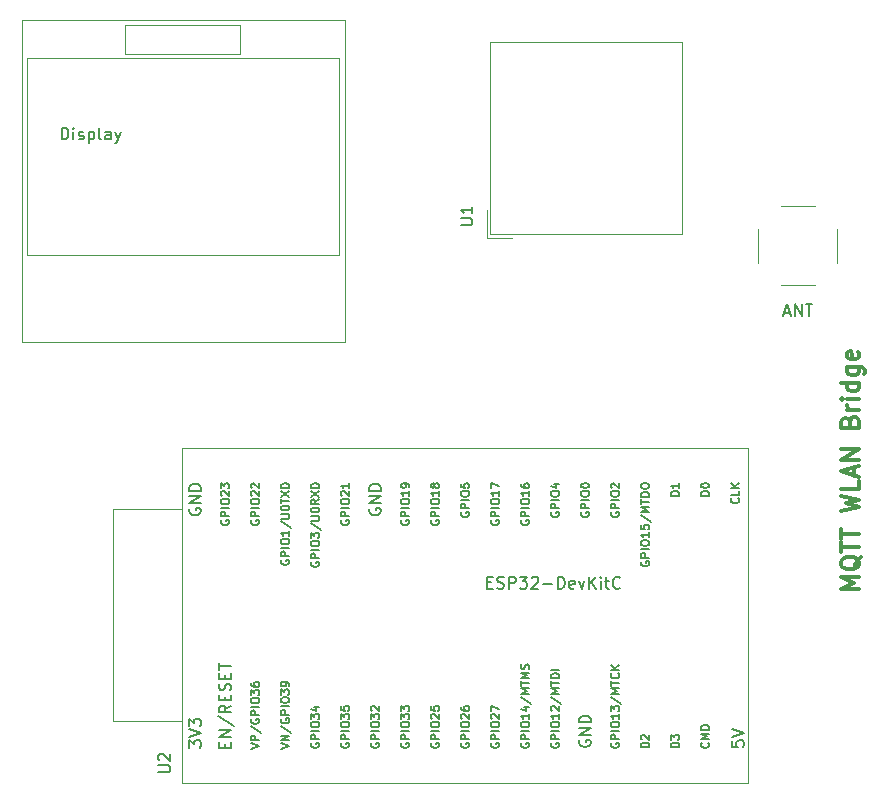
<source format=gbr>
%TF.GenerationSoftware,KiCad,Pcbnew,6.0.7+dfsg-1build1*%
%TF.CreationDate,2023-02-23T20:09:56+01:00*%
%TF.ProjectId,mqtt_bridge,6d717474-5f62-4726-9964-67652e6b6963,rev?*%
%TF.SameCoordinates,Original*%
%TF.FileFunction,Legend,Top*%
%TF.FilePolarity,Positive*%
%FSLAX46Y46*%
G04 Gerber Fmt 4.6, Leading zero omitted, Abs format (unit mm)*
G04 Created by KiCad (PCBNEW 6.0.7+dfsg-1build1) date 2023-02-23 20:09:56*
%MOMM*%
%LPD*%
G01*
G04 APERTURE LIST*
%ADD10C,0.300000*%
%ADD11C,0.150000*%
%ADD12C,0.120000*%
G04 APERTURE END LIST*
D10*
X151678571Y-76035714D02*
X150178571Y-76035714D01*
X151250000Y-75535714D01*
X150178571Y-75035714D01*
X151678571Y-75035714D01*
X151821428Y-73321428D02*
X151750000Y-73464285D01*
X151607142Y-73607142D01*
X151392857Y-73821428D01*
X151321428Y-73964285D01*
X151321428Y-74107142D01*
X151678571Y-74035714D02*
X151607142Y-74178571D01*
X151464285Y-74321428D01*
X151178571Y-74392857D01*
X150678571Y-74392857D01*
X150392857Y-74321428D01*
X150250000Y-74178571D01*
X150178571Y-74035714D01*
X150178571Y-73750000D01*
X150250000Y-73607142D01*
X150392857Y-73464285D01*
X150678571Y-73392857D01*
X151178571Y-73392857D01*
X151464285Y-73464285D01*
X151607142Y-73607142D01*
X151678571Y-73750000D01*
X151678571Y-74035714D01*
X150178571Y-72964285D02*
X150178571Y-72107142D01*
X151678571Y-72535714D02*
X150178571Y-72535714D01*
X150178571Y-71821428D02*
X150178571Y-70964285D01*
X151678571Y-71392857D02*
X150178571Y-71392857D01*
X150178571Y-69464285D02*
X151678571Y-69107142D01*
X150607142Y-68821428D01*
X151678571Y-68535714D01*
X150178571Y-68178571D01*
X151678571Y-66892857D02*
X151678571Y-67607142D01*
X150178571Y-67607142D01*
X151250000Y-66464285D02*
X151250000Y-65750000D01*
X151678571Y-66607142D02*
X150178571Y-66107142D01*
X151678571Y-65607142D01*
X151678571Y-65107142D02*
X150178571Y-65107142D01*
X151678571Y-64250000D01*
X150178571Y-64250000D01*
X150892857Y-61892857D02*
X150964285Y-61678571D01*
X151035714Y-61607142D01*
X151178571Y-61535714D01*
X151392857Y-61535714D01*
X151535714Y-61607142D01*
X151607142Y-61678571D01*
X151678571Y-61821428D01*
X151678571Y-62392857D01*
X150178571Y-62392857D01*
X150178571Y-61892857D01*
X150250000Y-61750000D01*
X150321428Y-61678571D01*
X150464285Y-61607142D01*
X150607142Y-61607142D01*
X150750000Y-61678571D01*
X150821428Y-61750000D01*
X150892857Y-61892857D01*
X150892857Y-62392857D01*
X151678571Y-60892857D02*
X150678571Y-60892857D01*
X150964285Y-60892857D02*
X150821428Y-60821428D01*
X150750000Y-60750000D01*
X150678571Y-60607142D01*
X150678571Y-60464285D01*
X151678571Y-59964285D02*
X150678571Y-59964285D01*
X150178571Y-59964285D02*
X150250000Y-60035714D01*
X150321428Y-59964285D01*
X150250000Y-59892857D01*
X150178571Y-59964285D01*
X150321428Y-59964285D01*
X151678571Y-58607142D02*
X150178571Y-58607142D01*
X151607142Y-58607142D02*
X151678571Y-58750000D01*
X151678571Y-59035714D01*
X151607142Y-59178571D01*
X151535714Y-59250000D01*
X151392857Y-59321428D01*
X150964285Y-59321428D01*
X150821428Y-59250000D01*
X150750000Y-59178571D01*
X150678571Y-59035714D01*
X150678571Y-58750000D01*
X150750000Y-58607142D01*
X150678571Y-57250000D02*
X151892857Y-57250000D01*
X152035714Y-57321428D01*
X152107142Y-57392857D01*
X152178571Y-57535714D01*
X152178571Y-57750000D01*
X152107142Y-57892857D01*
X151607142Y-57250000D02*
X151678571Y-57392857D01*
X151678571Y-57678571D01*
X151607142Y-57821428D01*
X151535714Y-57892857D01*
X151392857Y-57964285D01*
X150964285Y-57964285D01*
X150821428Y-57892857D01*
X150750000Y-57821428D01*
X150678571Y-57678571D01*
X150678571Y-57392857D01*
X150750000Y-57250000D01*
X151607142Y-55964285D02*
X151678571Y-56107142D01*
X151678571Y-56392857D01*
X151607142Y-56535714D01*
X151464285Y-56607142D01*
X150892857Y-56607142D01*
X150750000Y-56535714D01*
X150678571Y-56392857D01*
X150678571Y-56107142D01*
X150750000Y-55964285D01*
X150892857Y-55892857D01*
X151035714Y-55892857D01*
X151178571Y-56607142D01*
D11*
%TO.C,Display*%
X84167619Y-38002380D02*
X84167619Y-37002380D01*
X84405714Y-37002380D01*
X84548571Y-37050000D01*
X84643809Y-37145238D01*
X84691428Y-37240476D01*
X84739047Y-37430952D01*
X84739047Y-37573809D01*
X84691428Y-37764285D01*
X84643809Y-37859523D01*
X84548571Y-37954761D01*
X84405714Y-38002380D01*
X84167619Y-38002380D01*
X85167619Y-38002380D02*
X85167619Y-37335714D01*
X85167619Y-37002380D02*
X85120000Y-37050000D01*
X85167619Y-37097619D01*
X85215238Y-37050000D01*
X85167619Y-37002380D01*
X85167619Y-37097619D01*
X85596190Y-37954761D02*
X85691428Y-38002380D01*
X85881904Y-38002380D01*
X85977142Y-37954761D01*
X86024761Y-37859523D01*
X86024761Y-37811904D01*
X85977142Y-37716666D01*
X85881904Y-37669047D01*
X85739047Y-37669047D01*
X85643809Y-37621428D01*
X85596190Y-37526190D01*
X85596190Y-37478571D01*
X85643809Y-37383333D01*
X85739047Y-37335714D01*
X85881904Y-37335714D01*
X85977142Y-37383333D01*
X86453333Y-37335714D02*
X86453333Y-38335714D01*
X86453333Y-37383333D02*
X86548571Y-37335714D01*
X86739047Y-37335714D01*
X86834285Y-37383333D01*
X86881904Y-37430952D01*
X86929523Y-37526190D01*
X86929523Y-37811904D01*
X86881904Y-37907142D01*
X86834285Y-37954761D01*
X86739047Y-38002380D01*
X86548571Y-38002380D01*
X86453333Y-37954761D01*
X87500952Y-38002380D02*
X87405714Y-37954761D01*
X87358095Y-37859523D01*
X87358095Y-37002380D01*
X88310476Y-38002380D02*
X88310476Y-37478571D01*
X88262857Y-37383333D01*
X88167619Y-37335714D01*
X87977142Y-37335714D01*
X87881904Y-37383333D01*
X88310476Y-37954761D02*
X88215238Y-38002380D01*
X87977142Y-38002380D01*
X87881904Y-37954761D01*
X87834285Y-37859523D01*
X87834285Y-37764285D01*
X87881904Y-37669047D01*
X87977142Y-37621428D01*
X88215238Y-37621428D01*
X88310476Y-37573809D01*
X88691428Y-37335714D02*
X88929523Y-38002380D01*
X89167619Y-37335714D02*
X88929523Y-38002380D01*
X88834285Y-38240476D01*
X88786666Y-38288095D01*
X88691428Y-38335714D01*
%TO.C,ANT*%
X145357142Y-52666666D02*
X145833333Y-52666666D01*
X145261904Y-52952380D02*
X145595238Y-51952380D01*
X145928571Y-52952380D01*
X146261904Y-52952380D02*
X146261904Y-51952380D01*
X146833333Y-52952380D01*
X146833333Y-51952380D01*
X147166666Y-51952380D02*
X147738095Y-51952380D01*
X147452380Y-52952380D02*
X147452380Y-51952380D01*
%TO.C,U2*%
X92355820Y-91561904D02*
X93165344Y-91561904D01*
X93260582Y-91514285D01*
X93308201Y-91466666D01*
X93355820Y-91371428D01*
X93355820Y-91180952D01*
X93308201Y-91085714D01*
X93260582Y-91038095D01*
X93165344Y-90990476D01*
X92355820Y-90990476D01*
X92451059Y-90561904D02*
X92403440Y-90514285D01*
X92355820Y-90419047D01*
X92355820Y-90180952D01*
X92403440Y-90085714D01*
X92451059Y-90038095D01*
X92546297Y-89990476D01*
X92641535Y-89990476D01*
X92784392Y-90038095D01*
X93355820Y-90609523D01*
X93355820Y-89990476D01*
X120191641Y-75508571D02*
X120524975Y-75508571D01*
X120667832Y-76032380D02*
X120191641Y-76032380D01*
X120191641Y-75032380D01*
X120667832Y-75032380D01*
X121048784Y-75984761D02*
X121191641Y-76032380D01*
X121429737Y-76032380D01*
X121524975Y-75984761D01*
X121572594Y-75937142D01*
X121620213Y-75841904D01*
X121620213Y-75746666D01*
X121572594Y-75651428D01*
X121524975Y-75603809D01*
X121429737Y-75556190D01*
X121239260Y-75508571D01*
X121144022Y-75460952D01*
X121096403Y-75413333D01*
X121048784Y-75318095D01*
X121048784Y-75222857D01*
X121096403Y-75127619D01*
X121144022Y-75080000D01*
X121239260Y-75032380D01*
X121477356Y-75032380D01*
X121620213Y-75080000D01*
X122048784Y-76032380D02*
X122048784Y-75032380D01*
X122429737Y-75032380D01*
X122524975Y-75080000D01*
X122572594Y-75127619D01*
X122620213Y-75222857D01*
X122620213Y-75365714D01*
X122572594Y-75460952D01*
X122524975Y-75508571D01*
X122429737Y-75556190D01*
X122048784Y-75556190D01*
X122953546Y-75032380D02*
X123572594Y-75032380D01*
X123239260Y-75413333D01*
X123382118Y-75413333D01*
X123477356Y-75460952D01*
X123524975Y-75508571D01*
X123572594Y-75603809D01*
X123572594Y-75841904D01*
X123524975Y-75937142D01*
X123477356Y-75984761D01*
X123382118Y-76032380D01*
X123096403Y-76032380D01*
X123001165Y-75984761D01*
X122953546Y-75937142D01*
X123953546Y-75127619D02*
X124001165Y-75080000D01*
X124096403Y-75032380D01*
X124334499Y-75032380D01*
X124429737Y-75080000D01*
X124477356Y-75127619D01*
X124524975Y-75222857D01*
X124524975Y-75318095D01*
X124477356Y-75460952D01*
X123905927Y-76032380D01*
X124524975Y-76032380D01*
X124953546Y-75651428D02*
X125715451Y-75651428D01*
X126191641Y-76032380D02*
X126191641Y-75032380D01*
X126429737Y-75032380D01*
X126572594Y-75080000D01*
X126667832Y-75175238D01*
X126715451Y-75270476D01*
X126763070Y-75460952D01*
X126763070Y-75603809D01*
X126715451Y-75794285D01*
X126667832Y-75889523D01*
X126572594Y-75984761D01*
X126429737Y-76032380D01*
X126191641Y-76032380D01*
X127572594Y-75984761D02*
X127477356Y-76032380D01*
X127286880Y-76032380D01*
X127191641Y-75984761D01*
X127144022Y-75889523D01*
X127144022Y-75508571D01*
X127191641Y-75413333D01*
X127286880Y-75365714D01*
X127477356Y-75365714D01*
X127572594Y-75413333D01*
X127620213Y-75508571D01*
X127620213Y-75603809D01*
X127144022Y-75699047D01*
X127953546Y-75365714D02*
X128191641Y-76032380D01*
X128429737Y-75365714D01*
X128810689Y-76032380D02*
X128810689Y-75032380D01*
X129382118Y-76032380D02*
X128953546Y-75460952D01*
X129382118Y-75032380D02*
X128810689Y-75603809D01*
X129810689Y-76032380D02*
X129810689Y-75365714D01*
X129810689Y-75032380D02*
X129763070Y-75080000D01*
X129810689Y-75127619D01*
X129858308Y-75080000D01*
X129810689Y-75032380D01*
X129810689Y-75127619D01*
X130144022Y-75365714D02*
X130524975Y-75365714D01*
X130286880Y-75032380D02*
X130286880Y-75889523D01*
X130334499Y-75984761D01*
X130429737Y-76032380D01*
X130524975Y-76032380D01*
X131429737Y-75937142D02*
X131382118Y-75984761D01*
X131239260Y-76032380D01*
X131144022Y-76032380D01*
X131001165Y-75984761D01*
X130905927Y-75889523D01*
X130858308Y-75794285D01*
X130810689Y-75603809D01*
X130810689Y-75460952D01*
X130858308Y-75270476D01*
X130905927Y-75175238D01*
X131001165Y-75080000D01*
X131144022Y-75032380D01*
X131239260Y-75032380D01*
X131382118Y-75080000D01*
X131429737Y-75127619D01*
X125630000Y-69567500D02*
X125596666Y-69634166D01*
X125596666Y-69734166D01*
X125630000Y-69834166D01*
X125696666Y-69900833D01*
X125763333Y-69934166D01*
X125896666Y-69967500D01*
X125996666Y-69967500D01*
X126130000Y-69934166D01*
X126196666Y-69900833D01*
X126263333Y-69834166D01*
X126296666Y-69734166D01*
X126296666Y-69667500D01*
X126263333Y-69567500D01*
X126230000Y-69534166D01*
X125996666Y-69534166D01*
X125996666Y-69667500D01*
X126296666Y-69234166D02*
X125596666Y-69234166D01*
X125596666Y-68967500D01*
X125630000Y-68900833D01*
X125663333Y-68867500D01*
X125730000Y-68834166D01*
X125830000Y-68834166D01*
X125896666Y-68867500D01*
X125930000Y-68900833D01*
X125963333Y-68967500D01*
X125963333Y-69234166D01*
X126296666Y-68534166D02*
X125596666Y-68534166D01*
X125596666Y-68067500D02*
X125596666Y-67934166D01*
X125630000Y-67867500D01*
X125696666Y-67800833D01*
X125830000Y-67767500D01*
X126063333Y-67767500D01*
X126196666Y-67800833D01*
X126263333Y-67867500D01*
X126296666Y-67934166D01*
X126296666Y-68067500D01*
X126263333Y-68134166D01*
X126196666Y-68200833D01*
X126063333Y-68234166D01*
X125830000Y-68234166D01*
X125696666Y-68200833D01*
X125630000Y-68134166D01*
X125596666Y-68067500D01*
X125830000Y-67167500D02*
X126296666Y-67167500D01*
X125563333Y-67334166D02*
X126063333Y-67500833D01*
X126063333Y-67067500D01*
X94952380Y-89489642D02*
X94952380Y-88870595D01*
X95333333Y-89203928D01*
X95333333Y-89061071D01*
X95380952Y-88965833D01*
X95428571Y-88918214D01*
X95523809Y-88870595D01*
X95761904Y-88870595D01*
X95857142Y-88918214D01*
X95904761Y-88965833D01*
X95952380Y-89061071D01*
X95952380Y-89346785D01*
X95904761Y-89442023D01*
X95857142Y-89489642D01*
X94952380Y-88584880D02*
X95952380Y-88251547D01*
X94952380Y-87918214D01*
X94952380Y-87680119D02*
X94952380Y-87061071D01*
X95333333Y-87394404D01*
X95333333Y-87251547D01*
X95380952Y-87156309D01*
X95428571Y-87108690D01*
X95523809Y-87061071D01*
X95761904Y-87061071D01*
X95857142Y-87108690D01*
X95904761Y-87156309D01*
X95952380Y-87251547D01*
X95952380Y-87537261D01*
X95904761Y-87632500D01*
X95857142Y-87680119D01*
X118010000Y-89099166D02*
X117976666Y-89165833D01*
X117976666Y-89265833D01*
X118010000Y-89365833D01*
X118076666Y-89432500D01*
X118143333Y-89465833D01*
X118276666Y-89499166D01*
X118376666Y-89499166D01*
X118510000Y-89465833D01*
X118576666Y-89432500D01*
X118643333Y-89365833D01*
X118676666Y-89265833D01*
X118676666Y-89199166D01*
X118643333Y-89099166D01*
X118610000Y-89065833D01*
X118376666Y-89065833D01*
X118376666Y-89199166D01*
X118676666Y-88765833D02*
X117976666Y-88765833D01*
X117976666Y-88499166D01*
X118010000Y-88432500D01*
X118043333Y-88399166D01*
X118110000Y-88365833D01*
X118210000Y-88365833D01*
X118276666Y-88399166D01*
X118310000Y-88432500D01*
X118343333Y-88499166D01*
X118343333Y-88765833D01*
X118676666Y-88065833D02*
X117976666Y-88065833D01*
X117976666Y-87599166D02*
X117976666Y-87465833D01*
X118010000Y-87399166D01*
X118076666Y-87332500D01*
X118210000Y-87299166D01*
X118443333Y-87299166D01*
X118576666Y-87332500D01*
X118643333Y-87399166D01*
X118676666Y-87465833D01*
X118676666Y-87599166D01*
X118643333Y-87665833D01*
X118576666Y-87732500D01*
X118443333Y-87765833D01*
X118210000Y-87765833D01*
X118076666Y-87732500D01*
X118010000Y-87665833D01*
X117976666Y-87599166D01*
X118043333Y-87032500D02*
X118010000Y-86999166D01*
X117976666Y-86932500D01*
X117976666Y-86765833D01*
X118010000Y-86699166D01*
X118043333Y-86665833D01*
X118110000Y-86632500D01*
X118176666Y-86632500D01*
X118276666Y-86665833D01*
X118676666Y-87065833D01*
X118676666Y-86632500D01*
X117976666Y-86032500D02*
X117976666Y-86165833D01*
X118010000Y-86232500D01*
X118043333Y-86265833D01*
X118143333Y-86332500D01*
X118276666Y-86365833D01*
X118543333Y-86365833D01*
X118610000Y-86332500D01*
X118643333Y-86299166D01*
X118676666Y-86232500D01*
X118676666Y-86099166D01*
X118643333Y-86032500D01*
X118610000Y-85999166D01*
X118543333Y-85965833D01*
X118376666Y-85965833D01*
X118310000Y-85999166D01*
X118276666Y-86032500D01*
X118243333Y-86099166D01*
X118243333Y-86232500D01*
X118276666Y-86299166D01*
X118310000Y-86332500D01*
X118376666Y-86365833D01*
X140923660Y-88921894D02*
X140923660Y-89398084D01*
X141399851Y-89445703D01*
X141352232Y-89398084D01*
X141304613Y-89302846D01*
X141304613Y-89064751D01*
X141352232Y-88969513D01*
X141399851Y-88921894D01*
X141495089Y-88874275D01*
X141733184Y-88874275D01*
X141828422Y-88921894D01*
X141876041Y-88969513D01*
X141923660Y-89064751D01*
X141923660Y-89302846D01*
X141876041Y-89398084D01*
X141828422Y-89445703D01*
X140923660Y-88588560D02*
X141923660Y-88255227D01*
X140923660Y-87921894D01*
X138996666Y-68167500D02*
X138296666Y-68167500D01*
X138296666Y-68000833D01*
X138330000Y-67900833D01*
X138396666Y-67834166D01*
X138463333Y-67800833D01*
X138596666Y-67767500D01*
X138696666Y-67767500D01*
X138830000Y-67800833D01*
X138896666Y-67834166D01*
X138963333Y-67900833D01*
X138996666Y-68000833D01*
X138996666Y-68167500D01*
X138296666Y-67334166D02*
X138296666Y-67267500D01*
X138330000Y-67200833D01*
X138363333Y-67167500D01*
X138430000Y-67134166D01*
X138563333Y-67100833D01*
X138730000Y-67100833D01*
X138863333Y-67134166D01*
X138930000Y-67167500D01*
X138963333Y-67200833D01*
X138996666Y-67267500D01*
X138996666Y-67334166D01*
X138963333Y-67400833D01*
X138930000Y-67434166D01*
X138863333Y-67467500D01*
X138730000Y-67500833D01*
X138563333Y-67500833D01*
X138430000Y-67467500D01*
X138363333Y-67434166D01*
X138330000Y-67400833D01*
X138296666Y-67334166D01*
X130710000Y-69567500D02*
X130676666Y-69634166D01*
X130676666Y-69734166D01*
X130710000Y-69834166D01*
X130776666Y-69900833D01*
X130843333Y-69934166D01*
X130976666Y-69967500D01*
X131076666Y-69967500D01*
X131210000Y-69934166D01*
X131276666Y-69900833D01*
X131343333Y-69834166D01*
X131376666Y-69734166D01*
X131376666Y-69667500D01*
X131343333Y-69567500D01*
X131310000Y-69534166D01*
X131076666Y-69534166D01*
X131076666Y-69667500D01*
X131376666Y-69234166D02*
X130676666Y-69234166D01*
X130676666Y-68967500D01*
X130710000Y-68900833D01*
X130743333Y-68867500D01*
X130810000Y-68834166D01*
X130910000Y-68834166D01*
X130976666Y-68867500D01*
X131010000Y-68900833D01*
X131043333Y-68967500D01*
X131043333Y-69234166D01*
X131376666Y-68534166D02*
X130676666Y-68534166D01*
X130676666Y-68067500D02*
X130676666Y-67934166D01*
X130710000Y-67867500D01*
X130776666Y-67800833D01*
X130910000Y-67767500D01*
X131143333Y-67767500D01*
X131276666Y-67800833D01*
X131343333Y-67867500D01*
X131376666Y-67934166D01*
X131376666Y-68067500D01*
X131343333Y-68134166D01*
X131276666Y-68200833D01*
X131143333Y-68234166D01*
X130910000Y-68234166D01*
X130776666Y-68200833D01*
X130710000Y-68134166D01*
X130676666Y-68067500D01*
X130743333Y-67500833D02*
X130710000Y-67467500D01*
X130676666Y-67400833D01*
X130676666Y-67234166D01*
X130710000Y-67167500D01*
X130743333Y-67134166D01*
X130810000Y-67100833D01*
X130876666Y-67100833D01*
X130976666Y-67134166D01*
X131376666Y-67534166D01*
X131376666Y-67100833D01*
X97965851Y-89496894D02*
X97965851Y-89163560D01*
X98489660Y-89020703D02*
X98489660Y-89496894D01*
X97489660Y-89496894D01*
X97489660Y-89020703D01*
X98489660Y-88592132D02*
X97489660Y-88592132D01*
X98489660Y-88020703D01*
X97489660Y-88020703D01*
X97442041Y-86830227D02*
X98727756Y-87687370D01*
X98489660Y-85925465D02*
X98013470Y-86258799D01*
X98489660Y-86496894D02*
X97489660Y-86496894D01*
X97489660Y-86115941D01*
X97537280Y-86020703D01*
X97584899Y-85973084D01*
X97680137Y-85925465D01*
X97822994Y-85925465D01*
X97918232Y-85973084D01*
X97965851Y-86020703D01*
X98013470Y-86115941D01*
X98013470Y-86496894D01*
X97965851Y-85496894D02*
X97965851Y-85163560D01*
X98489660Y-85020703D02*
X98489660Y-85496894D01*
X97489660Y-85496894D01*
X97489660Y-85020703D01*
X98442041Y-84639751D02*
X98489660Y-84496894D01*
X98489660Y-84258799D01*
X98442041Y-84163560D01*
X98394422Y-84115941D01*
X98299184Y-84068322D01*
X98203946Y-84068322D01*
X98108708Y-84115941D01*
X98061089Y-84163560D01*
X98013470Y-84258799D01*
X97965851Y-84449275D01*
X97918232Y-84544513D01*
X97870613Y-84592132D01*
X97775375Y-84639751D01*
X97680137Y-84639751D01*
X97584899Y-84592132D01*
X97537280Y-84544513D01*
X97489660Y-84449275D01*
X97489660Y-84211180D01*
X97537280Y-84068322D01*
X97965851Y-83639751D02*
X97965851Y-83306418D01*
X98489660Y-83163560D02*
X98489660Y-83639751D01*
X97489660Y-83639751D01*
X97489660Y-83163560D01*
X97489660Y-82877846D02*
X97489660Y-82306418D01*
X98489660Y-82592132D02*
X97489660Y-82592132D01*
X136456666Y-68167500D02*
X135756666Y-68167500D01*
X135756666Y-68000833D01*
X135790000Y-67900833D01*
X135856666Y-67834166D01*
X135923333Y-67800833D01*
X136056666Y-67767500D01*
X136156666Y-67767500D01*
X136290000Y-67800833D01*
X136356666Y-67834166D01*
X136423333Y-67900833D01*
X136456666Y-68000833D01*
X136456666Y-68167500D01*
X136456666Y-67100833D02*
X136456666Y-67500833D01*
X136456666Y-67300833D02*
X135756666Y-67300833D01*
X135856666Y-67367500D01*
X135923333Y-67434166D01*
X135956666Y-67500833D01*
X123090000Y-89099166D02*
X123056666Y-89165833D01*
X123056666Y-89265833D01*
X123090000Y-89365833D01*
X123156666Y-89432500D01*
X123223333Y-89465833D01*
X123356666Y-89499166D01*
X123456666Y-89499166D01*
X123590000Y-89465833D01*
X123656666Y-89432500D01*
X123723333Y-89365833D01*
X123756666Y-89265833D01*
X123756666Y-89199166D01*
X123723333Y-89099166D01*
X123690000Y-89065833D01*
X123456666Y-89065833D01*
X123456666Y-89199166D01*
X123756666Y-88765833D02*
X123056666Y-88765833D01*
X123056666Y-88499166D01*
X123090000Y-88432500D01*
X123123333Y-88399166D01*
X123190000Y-88365833D01*
X123290000Y-88365833D01*
X123356666Y-88399166D01*
X123390000Y-88432500D01*
X123423333Y-88499166D01*
X123423333Y-88765833D01*
X123756666Y-88065833D02*
X123056666Y-88065833D01*
X123056666Y-87599166D02*
X123056666Y-87465833D01*
X123090000Y-87399166D01*
X123156666Y-87332500D01*
X123290000Y-87299166D01*
X123523333Y-87299166D01*
X123656666Y-87332500D01*
X123723333Y-87399166D01*
X123756666Y-87465833D01*
X123756666Y-87599166D01*
X123723333Y-87665833D01*
X123656666Y-87732500D01*
X123523333Y-87765833D01*
X123290000Y-87765833D01*
X123156666Y-87732500D01*
X123090000Y-87665833D01*
X123056666Y-87599166D01*
X123756666Y-86632500D02*
X123756666Y-87032500D01*
X123756666Y-86832500D02*
X123056666Y-86832500D01*
X123156666Y-86899166D01*
X123223333Y-86965833D01*
X123256666Y-87032500D01*
X123290000Y-86032500D02*
X123756666Y-86032500D01*
X123023333Y-86199166D02*
X123523333Y-86365833D01*
X123523333Y-85932500D01*
X123023333Y-85165833D02*
X123923333Y-85765833D01*
X123756666Y-84932500D02*
X123056666Y-84932500D01*
X123556666Y-84699166D01*
X123056666Y-84465833D01*
X123756666Y-84465833D01*
X123056666Y-84232500D02*
X123056666Y-83832500D01*
X123756666Y-84032500D02*
X123056666Y-84032500D01*
X123756666Y-83599166D02*
X123056666Y-83599166D01*
X123556666Y-83365833D01*
X123056666Y-83132500D01*
X123756666Y-83132500D01*
X123723333Y-82832500D02*
X123756666Y-82732500D01*
X123756666Y-82565833D01*
X123723333Y-82499166D01*
X123690000Y-82465833D01*
X123623333Y-82432500D01*
X123556666Y-82432500D01*
X123490000Y-82465833D01*
X123456666Y-82499166D01*
X123423333Y-82565833D01*
X123390000Y-82699166D01*
X123356666Y-82765833D01*
X123323333Y-82799166D01*
X123256666Y-82832500D01*
X123190000Y-82832500D01*
X123123333Y-82799166D01*
X123090000Y-82765833D01*
X123056666Y-82699166D01*
X123056666Y-82532500D01*
X123090000Y-82432500D01*
X128170000Y-69567500D02*
X128136666Y-69634166D01*
X128136666Y-69734166D01*
X128170000Y-69834166D01*
X128236666Y-69900833D01*
X128303333Y-69934166D01*
X128436666Y-69967500D01*
X128536666Y-69967500D01*
X128670000Y-69934166D01*
X128736666Y-69900833D01*
X128803333Y-69834166D01*
X128836666Y-69734166D01*
X128836666Y-69667500D01*
X128803333Y-69567500D01*
X128770000Y-69534166D01*
X128536666Y-69534166D01*
X128536666Y-69667500D01*
X128836666Y-69234166D02*
X128136666Y-69234166D01*
X128136666Y-68967500D01*
X128170000Y-68900833D01*
X128203333Y-68867500D01*
X128270000Y-68834166D01*
X128370000Y-68834166D01*
X128436666Y-68867500D01*
X128470000Y-68900833D01*
X128503333Y-68967500D01*
X128503333Y-69234166D01*
X128836666Y-68534166D02*
X128136666Y-68534166D01*
X128136666Y-68067500D02*
X128136666Y-67934166D01*
X128170000Y-67867500D01*
X128236666Y-67800833D01*
X128370000Y-67767500D01*
X128603333Y-67767500D01*
X128736666Y-67800833D01*
X128803333Y-67867500D01*
X128836666Y-67934166D01*
X128836666Y-68067500D01*
X128803333Y-68134166D01*
X128736666Y-68200833D01*
X128603333Y-68234166D01*
X128370000Y-68234166D01*
X128236666Y-68200833D01*
X128170000Y-68134166D01*
X128136666Y-68067500D01*
X128136666Y-67334166D02*
X128136666Y-67267500D01*
X128170000Y-67200833D01*
X128203333Y-67167500D01*
X128270000Y-67134166D01*
X128403333Y-67100833D01*
X128570000Y-67100833D01*
X128703333Y-67134166D01*
X128770000Y-67167500D01*
X128803333Y-67200833D01*
X128836666Y-67267500D01*
X128836666Y-67334166D01*
X128803333Y-67400833D01*
X128770000Y-67434166D01*
X128703333Y-67467500D01*
X128570000Y-67500833D01*
X128403333Y-67500833D01*
X128270000Y-67467500D01*
X128203333Y-67434166D01*
X128170000Y-67400833D01*
X128136666Y-67334166D01*
X125630000Y-89099166D02*
X125596666Y-89165833D01*
X125596666Y-89265833D01*
X125630000Y-89365833D01*
X125696666Y-89432500D01*
X125763333Y-89465833D01*
X125896666Y-89499166D01*
X125996666Y-89499166D01*
X126130000Y-89465833D01*
X126196666Y-89432500D01*
X126263333Y-89365833D01*
X126296666Y-89265833D01*
X126296666Y-89199166D01*
X126263333Y-89099166D01*
X126230000Y-89065833D01*
X125996666Y-89065833D01*
X125996666Y-89199166D01*
X126296666Y-88765833D02*
X125596666Y-88765833D01*
X125596666Y-88499166D01*
X125630000Y-88432500D01*
X125663333Y-88399166D01*
X125730000Y-88365833D01*
X125830000Y-88365833D01*
X125896666Y-88399166D01*
X125930000Y-88432500D01*
X125963333Y-88499166D01*
X125963333Y-88765833D01*
X126296666Y-88065833D02*
X125596666Y-88065833D01*
X125596666Y-87599166D02*
X125596666Y-87465833D01*
X125630000Y-87399166D01*
X125696666Y-87332500D01*
X125830000Y-87299166D01*
X126063333Y-87299166D01*
X126196666Y-87332500D01*
X126263333Y-87399166D01*
X126296666Y-87465833D01*
X126296666Y-87599166D01*
X126263333Y-87665833D01*
X126196666Y-87732500D01*
X126063333Y-87765833D01*
X125830000Y-87765833D01*
X125696666Y-87732500D01*
X125630000Y-87665833D01*
X125596666Y-87599166D01*
X126296666Y-86632500D02*
X126296666Y-87032500D01*
X126296666Y-86832500D02*
X125596666Y-86832500D01*
X125696666Y-86899166D01*
X125763333Y-86965833D01*
X125796666Y-87032500D01*
X125663333Y-86365833D02*
X125630000Y-86332500D01*
X125596666Y-86265833D01*
X125596666Y-86099166D01*
X125630000Y-86032500D01*
X125663333Y-85999166D01*
X125730000Y-85965833D01*
X125796666Y-85965833D01*
X125896666Y-85999166D01*
X126296666Y-86399166D01*
X126296666Y-85965833D01*
X125563333Y-85165833D02*
X126463333Y-85765833D01*
X126296666Y-84932500D02*
X125596666Y-84932500D01*
X126096666Y-84699166D01*
X125596666Y-84465833D01*
X126296666Y-84465833D01*
X125596666Y-84232500D02*
X125596666Y-83832500D01*
X126296666Y-84032500D02*
X125596666Y-84032500D01*
X126296666Y-83599166D02*
X125596666Y-83599166D01*
X125596666Y-83432500D01*
X125630000Y-83332500D01*
X125696666Y-83265833D01*
X125763333Y-83232500D01*
X125896666Y-83199166D01*
X125996666Y-83199166D01*
X126130000Y-83232500D01*
X126196666Y-83265833D01*
X126263333Y-83332500D01*
X126296666Y-83432500D01*
X126296666Y-83599166D01*
X126296666Y-82899166D02*
X125596666Y-82899166D01*
X115470000Y-70234166D02*
X115436666Y-70300833D01*
X115436666Y-70400833D01*
X115470000Y-70500833D01*
X115536666Y-70567500D01*
X115603333Y-70600833D01*
X115736666Y-70634166D01*
X115836666Y-70634166D01*
X115970000Y-70600833D01*
X116036666Y-70567500D01*
X116103333Y-70500833D01*
X116136666Y-70400833D01*
X116136666Y-70334166D01*
X116103333Y-70234166D01*
X116070000Y-70200833D01*
X115836666Y-70200833D01*
X115836666Y-70334166D01*
X116136666Y-69900833D02*
X115436666Y-69900833D01*
X115436666Y-69634166D01*
X115470000Y-69567500D01*
X115503333Y-69534166D01*
X115570000Y-69500833D01*
X115670000Y-69500833D01*
X115736666Y-69534166D01*
X115770000Y-69567500D01*
X115803333Y-69634166D01*
X115803333Y-69900833D01*
X116136666Y-69200833D02*
X115436666Y-69200833D01*
X115436666Y-68734166D02*
X115436666Y-68600833D01*
X115470000Y-68534166D01*
X115536666Y-68467500D01*
X115670000Y-68434166D01*
X115903333Y-68434166D01*
X116036666Y-68467500D01*
X116103333Y-68534166D01*
X116136666Y-68600833D01*
X116136666Y-68734166D01*
X116103333Y-68800833D01*
X116036666Y-68867500D01*
X115903333Y-68900833D01*
X115670000Y-68900833D01*
X115536666Y-68867500D01*
X115470000Y-68800833D01*
X115436666Y-68734166D01*
X116136666Y-67767500D02*
X116136666Y-68167500D01*
X116136666Y-67967500D02*
X115436666Y-67967500D01*
X115536666Y-68034166D01*
X115603333Y-68100833D01*
X115636666Y-68167500D01*
X115736666Y-67367500D02*
X115703333Y-67434166D01*
X115670000Y-67467500D01*
X115603333Y-67500833D01*
X115570000Y-67500833D01*
X115503333Y-67467500D01*
X115470000Y-67434166D01*
X115436666Y-67367500D01*
X115436666Y-67234166D01*
X115470000Y-67167500D01*
X115503333Y-67134166D01*
X115570000Y-67100833D01*
X115603333Y-67100833D01*
X115670000Y-67134166D01*
X115703333Y-67167500D01*
X115736666Y-67234166D01*
X115736666Y-67367500D01*
X115770000Y-67434166D01*
X115803333Y-67467500D01*
X115870000Y-67500833D01*
X116003333Y-67500833D01*
X116070000Y-67467500D01*
X116103333Y-67434166D01*
X116136666Y-67367500D01*
X116136666Y-67234166D01*
X116103333Y-67167500D01*
X116070000Y-67134166D01*
X116003333Y-67100833D01*
X115870000Y-67100833D01*
X115803333Y-67134166D01*
X115770000Y-67167500D01*
X115736666Y-67234166D01*
X118010000Y-69567500D02*
X117976666Y-69634166D01*
X117976666Y-69734166D01*
X118010000Y-69834166D01*
X118076666Y-69900833D01*
X118143333Y-69934166D01*
X118276666Y-69967500D01*
X118376666Y-69967500D01*
X118510000Y-69934166D01*
X118576666Y-69900833D01*
X118643333Y-69834166D01*
X118676666Y-69734166D01*
X118676666Y-69667500D01*
X118643333Y-69567500D01*
X118610000Y-69534166D01*
X118376666Y-69534166D01*
X118376666Y-69667500D01*
X118676666Y-69234166D02*
X117976666Y-69234166D01*
X117976666Y-68967500D01*
X118010000Y-68900833D01*
X118043333Y-68867500D01*
X118110000Y-68834166D01*
X118210000Y-68834166D01*
X118276666Y-68867500D01*
X118310000Y-68900833D01*
X118343333Y-68967500D01*
X118343333Y-69234166D01*
X118676666Y-68534166D02*
X117976666Y-68534166D01*
X117976666Y-68067500D02*
X117976666Y-67934166D01*
X118010000Y-67867500D01*
X118076666Y-67800833D01*
X118210000Y-67767500D01*
X118443333Y-67767500D01*
X118576666Y-67800833D01*
X118643333Y-67867500D01*
X118676666Y-67934166D01*
X118676666Y-68067500D01*
X118643333Y-68134166D01*
X118576666Y-68200833D01*
X118443333Y-68234166D01*
X118210000Y-68234166D01*
X118076666Y-68200833D01*
X118010000Y-68134166D01*
X117976666Y-68067500D01*
X117976666Y-67134166D02*
X117976666Y-67467500D01*
X118310000Y-67500833D01*
X118276666Y-67467500D01*
X118243333Y-67400833D01*
X118243333Y-67234166D01*
X118276666Y-67167500D01*
X118310000Y-67134166D01*
X118376666Y-67100833D01*
X118543333Y-67100833D01*
X118610000Y-67134166D01*
X118643333Y-67167500D01*
X118676666Y-67234166D01*
X118676666Y-67400833D01*
X118643333Y-67467500D01*
X118610000Y-67500833D01*
X123090000Y-70234166D02*
X123056666Y-70300833D01*
X123056666Y-70400833D01*
X123090000Y-70500833D01*
X123156666Y-70567500D01*
X123223333Y-70600833D01*
X123356666Y-70634166D01*
X123456666Y-70634166D01*
X123590000Y-70600833D01*
X123656666Y-70567500D01*
X123723333Y-70500833D01*
X123756666Y-70400833D01*
X123756666Y-70334166D01*
X123723333Y-70234166D01*
X123690000Y-70200833D01*
X123456666Y-70200833D01*
X123456666Y-70334166D01*
X123756666Y-69900833D02*
X123056666Y-69900833D01*
X123056666Y-69634166D01*
X123090000Y-69567500D01*
X123123333Y-69534166D01*
X123190000Y-69500833D01*
X123290000Y-69500833D01*
X123356666Y-69534166D01*
X123390000Y-69567500D01*
X123423333Y-69634166D01*
X123423333Y-69900833D01*
X123756666Y-69200833D02*
X123056666Y-69200833D01*
X123056666Y-68734166D02*
X123056666Y-68600833D01*
X123090000Y-68534166D01*
X123156666Y-68467500D01*
X123290000Y-68434166D01*
X123523333Y-68434166D01*
X123656666Y-68467500D01*
X123723333Y-68534166D01*
X123756666Y-68600833D01*
X123756666Y-68734166D01*
X123723333Y-68800833D01*
X123656666Y-68867500D01*
X123523333Y-68900833D01*
X123290000Y-68900833D01*
X123156666Y-68867500D01*
X123090000Y-68800833D01*
X123056666Y-68734166D01*
X123756666Y-67767500D02*
X123756666Y-68167500D01*
X123756666Y-67967500D02*
X123056666Y-67967500D01*
X123156666Y-68034166D01*
X123223333Y-68100833D01*
X123256666Y-68167500D01*
X123056666Y-67167500D02*
X123056666Y-67300833D01*
X123090000Y-67367500D01*
X123123333Y-67400833D01*
X123223333Y-67467500D01*
X123356666Y-67500833D01*
X123623333Y-67500833D01*
X123690000Y-67467500D01*
X123723333Y-67434166D01*
X123756666Y-67367500D01*
X123756666Y-67234166D01*
X123723333Y-67167500D01*
X123690000Y-67134166D01*
X123623333Y-67100833D01*
X123456666Y-67100833D01*
X123390000Y-67134166D01*
X123356666Y-67167500D01*
X123323333Y-67234166D01*
X123323333Y-67367500D01*
X123356666Y-67434166D01*
X123390000Y-67467500D01*
X123456666Y-67500833D01*
X141470000Y-68367500D02*
X141503333Y-68400833D01*
X141536666Y-68500833D01*
X141536666Y-68567500D01*
X141503333Y-68667500D01*
X141436666Y-68734166D01*
X141370000Y-68767500D01*
X141236666Y-68800833D01*
X141136666Y-68800833D01*
X141003333Y-68767500D01*
X140936666Y-68734166D01*
X140870000Y-68667500D01*
X140836666Y-68567500D01*
X140836666Y-68500833D01*
X140870000Y-68400833D01*
X140903333Y-68367500D01*
X141536666Y-67734166D02*
X141536666Y-68067500D01*
X140836666Y-68067500D01*
X141536666Y-67500833D02*
X140836666Y-67500833D01*
X141536666Y-67100833D02*
X141136666Y-67400833D01*
X140836666Y-67100833D02*
X141236666Y-67500833D01*
X95000000Y-69253214D02*
X94952380Y-69348452D01*
X94952380Y-69491309D01*
X95000000Y-69634166D01*
X95095238Y-69729404D01*
X95190476Y-69777023D01*
X95380952Y-69824642D01*
X95523809Y-69824642D01*
X95714285Y-69777023D01*
X95809523Y-69729404D01*
X95904761Y-69634166D01*
X95952380Y-69491309D01*
X95952380Y-69396071D01*
X95904761Y-69253214D01*
X95857142Y-69205595D01*
X95523809Y-69205595D01*
X95523809Y-69396071D01*
X95952380Y-68777023D02*
X94952380Y-68777023D01*
X95952380Y-68205595D01*
X94952380Y-68205595D01*
X95952380Y-67729404D02*
X94952380Y-67729404D01*
X94952380Y-67491309D01*
X95000000Y-67348452D01*
X95095238Y-67253214D01*
X95190476Y-67205595D01*
X95380952Y-67157976D01*
X95523809Y-67157976D01*
X95714285Y-67205595D01*
X95809523Y-67253214D01*
X95904761Y-67348452D01*
X95952380Y-67491309D01*
X95952380Y-67729404D01*
X100230000Y-70234166D02*
X100196666Y-70300833D01*
X100196666Y-70400833D01*
X100230000Y-70500833D01*
X100296666Y-70567500D01*
X100363333Y-70600833D01*
X100496666Y-70634166D01*
X100596666Y-70634166D01*
X100730000Y-70600833D01*
X100796666Y-70567500D01*
X100863333Y-70500833D01*
X100896666Y-70400833D01*
X100896666Y-70334166D01*
X100863333Y-70234166D01*
X100830000Y-70200833D01*
X100596666Y-70200833D01*
X100596666Y-70334166D01*
X100896666Y-69900833D02*
X100196666Y-69900833D01*
X100196666Y-69634166D01*
X100230000Y-69567500D01*
X100263333Y-69534166D01*
X100330000Y-69500833D01*
X100430000Y-69500833D01*
X100496666Y-69534166D01*
X100530000Y-69567500D01*
X100563333Y-69634166D01*
X100563333Y-69900833D01*
X100896666Y-69200833D02*
X100196666Y-69200833D01*
X100196666Y-68734166D02*
X100196666Y-68600833D01*
X100230000Y-68534166D01*
X100296666Y-68467500D01*
X100430000Y-68434166D01*
X100663333Y-68434166D01*
X100796666Y-68467500D01*
X100863333Y-68534166D01*
X100896666Y-68600833D01*
X100896666Y-68734166D01*
X100863333Y-68800833D01*
X100796666Y-68867500D01*
X100663333Y-68900833D01*
X100430000Y-68900833D01*
X100296666Y-68867500D01*
X100230000Y-68800833D01*
X100196666Y-68734166D01*
X100263333Y-68167500D02*
X100230000Y-68134166D01*
X100196666Y-68067500D01*
X100196666Y-67900833D01*
X100230000Y-67834166D01*
X100263333Y-67800833D01*
X100330000Y-67767500D01*
X100396666Y-67767500D01*
X100496666Y-67800833D01*
X100896666Y-68200833D01*
X100896666Y-67767500D01*
X100263333Y-67500833D02*
X100230000Y-67467500D01*
X100196666Y-67400833D01*
X100196666Y-67234166D01*
X100230000Y-67167500D01*
X100263333Y-67134166D01*
X100330000Y-67100833D01*
X100396666Y-67100833D01*
X100496666Y-67134166D01*
X100896666Y-67534166D01*
X100896666Y-67100833D01*
X120550000Y-89099166D02*
X120516666Y-89165833D01*
X120516666Y-89265833D01*
X120550000Y-89365833D01*
X120616666Y-89432500D01*
X120683333Y-89465833D01*
X120816666Y-89499166D01*
X120916666Y-89499166D01*
X121050000Y-89465833D01*
X121116666Y-89432500D01*
X121183333Y-89365833D01*
X121216666Y-89265833D01*
X121216666Y-89199166D01*
X121183333Y-89099166D01*
X121150000Y-89065833D01*
X120916666Y-89065833D01*
X120916666Y-89199166D01*
X121216666Y-88765833D02*
X120516666Y-88765833D01*
X120516666Y-88499166D01*
X120550000Y-88432500D01*
X120583333Y-88399166D01*
X120650000Y-88365833D01*
X120750000Y-88365833D01*
X120816666Y-88399166D01*
X120850000Y-88432500D01*
X120883333Y-88499166D01*
X120883333Y-88765833D01*
X121216666Y-88065833D02*
X120516666Y-88065833D01*
X120516666Y-87599166D02*
X120516666Y-87465833D01*
X120550000Y-87399166D01*
X120616666Y-87332500D01*
X120750000Y-87299166D01*
X120983333Y-87299166D01*
X121116666Y-87332500D01*
X121183333Y-87399166D01*
X121216666Y-87465833D01*
X121216666Y-87599166D01*
X121183333Y-87665833D01*
X121116666Y-87732500D01*
X120983333Y-87765833D01*
X120750000Y-87765833D01*
X120616666Y-87732500D01*
X120550000Y-87665833D01*
X120516666Y-87599166D01*
X120583333Y-87032500D02*
X120550000Y-86999166D01*
X120516666Y-86932500D01*
X120516666Y-86765833D01*
X120550000Y-86699166D01*
X120583333Y-86665833D01*
X120650000Y-86632500D01*
X120716666Y-86632500D01*
X120816666Y-86665833D01*
X121216666Y-87065833D01*
X121216666Y-86632500D01*
X120516666Y-86399166D02*
X120516666Y-85932500D01*
X121216666Y-86232500D01*
X97690000Y-70234166D02*
X97656666Y-70300833D01*
X97656666Y-70400833D01*
X97690000Y-70500833D01*
X97756666Y-70567500D01*
X97823333Y-70600833D01*
X97956666Y-70634166D01*
X98056666Y-70634166D01*
X98190000Y-70600833D01*
X98256666Y-70567500D01*
X98323333Y-70500833D01*
X98356666Y-70400833D01*
X98356666Y-70334166D01*
X98323333Y-70234166D01*
X98290000Y-70200833D01*
X98056666Y-70200833D01*
X98056666Y-70334166D01*
X98356666Y-69900833D02*
X97656666Y-69900833D01*
X97656666Y-69634166D01*
X97690000Y-69567500D01*
X97723333Y-69534166D01*
X97790000Y-69500833D01*
X97890000Y-69500833D01*
X97956666Y-69534166D01*
X97990000Y-69567500D01*
X98023333Y-69634166D01*
X98023333Y-69900833D01*
X98356666Y-69200833D02*
X97656666Y-69200833D01*
X97656666Y-68734166D02*
X97656666Y-68600833D01*
X97690000Y-68534166D01*
X97756666Y-68467500D01*
X97890000Y-68434166D01*
X98123333Y-68434166D01*
X98256666Y-68467500D01*
X98323333Y-68534166D01*
X98356666Y-68600833D01*
X98356666Y-68734166D01*
X98323333Y-68800833D01*
X98256666Y-68867500D01*
X98123333Y-68900833D01*
X97890000Y-68900833D01*
X97756666Y-68867500D01*
X97690000Y-68800833D01*
X97656666Y-68734166D01*
X97723333Y-68167500D02*
X97690000Y-68134166D01*
X97656666Y-68067500D01*
X97656666Y-67900833D01*
X97690000Y-67834166D01*
X97723333Y-67800833D01*
X97790000Y-67767500D01*
X97856666Y-67767500D01*
X97956666Y-67800833D01*
X98356666Y-68200833D01*
X98356666Y-67767500D01*
X97656666Y-67534166D02*
X97656666Y-67100833D01*
X97923333Y-67334166D01*
X97923333Y-67234166D01*
X97956666Y-67167500D01*
X97990000Y-67134166D01*
X98056666Y-67100833D01*
X98223333Y-67100833D01*
X98290000Y-67134166D01*
X98323333Y-67167500D01*
X98356666Y-67234166D01*
X98356666Y-67434166D01*
X98323333Y-67500833D01*
X98290000Y-67534166D01*
X138930000Y-89065833D02*
X138963333Y-89099166D01*
X138996666Y-89199166D01*
X138996666Y-89265833D01*
X138963333Y-89365833D01*
X138896666Y-89432500D01*
X138830000Y-89465833D01*
X138696666Y-89499166D01*
X138596666Y-89499166D01*
X138463333Y-89465833D01*
X138396666Y-89432500D01*
X138330000Y-89365833D01*
X138296666Y-89265833D01*
X138296666Y-89199166D01*
X138330000Y-89099166D01*
X138363333Y-89065833D01*
X138996666Y-88765833D02*
X138296666Y-88765833D01*
X138796666Y-88532500D01*
X138296666Y-88299166D01*
X138996666Y-88299166D01*
X138996666Y-87965833D02*
X138296666Y-87965833D01*
X138296666Y-87799166D01*
X138330000Y-87699166D01*
X138396666Y-87632500D01*
X138463333Y-87599166D01*
X138596666Y-87565833D01*
X138696666Y-87565833D01*
X138830000Y-87599166D01*
X138896666Y-87632500D01*
X138963333Y-87699166D01*
X138996666Y-87799166D01*
X138996666Y-87965833D01*
X102770000Y-73600833D02*
X102736666Y-73667500D01*
X102736666Y-73767500D01*
X102770000Y-73867500D01*
X102836666Y-73934166D01*
X102903333Y-73967500D01*
X103036666Y-74000833D01*
X103136666Y-74000833D01*
X103270000Y-73967500D01*
X103336666Y-73934166D01*
X103403333Y-73867500D01*
X103436666Y-73767500D01*
X103436666Y-73700833D01*
X103403333Y-73600833D01*
X103370000Y-73567500D01*
X103136666Y-73567500D01*
X103136666Y-73700833D01*
X103436666Y-73267500D02*
X102736666Y-73267500D01*
X102736666Y-73000833D01*
X102770000Y-72934166D01*
X102803333Y-72900833D01*
X102870000Y-72867500D01*
X102970000Y-72867500D01*
X103036666Y-72900833D01*
X103070000Y-72934166D01*
X103103333Y-73000833D01*
X103103333Y-73267500D01*
X103436666Y-72567500D02*
X102736666Y-72567500D01*
X102736666Y-72100833D02*
X102736666Y-71967500D01*
X102770000Y-71900833D01*
X102836666Y-71834166D01*
X102970000Y-71800833D01*
X103203333Y-71800833D01*
X103336666Y-71834166D01*
X103403333Y-71900833D01*
X103436666Y-71967500D01*
X103436666Y-72100833D01*
X103403333Y-72167500D01*
X103336666Y-72234166D01*
X103203333Y-72267500D01*
X102970000Y-72267500D01*
X102836666Y-72234166D01*
X102770000Y-72167500D01*
X102736666Y-72100833D01*
X103436666Y-71134166D02*
X103436666Y-71534166D01*
X103436666Y-71334166D02*
X102736666Y-71334166D01*
X102836666Y-71400833D01*
X102903333Y-71467500D01*
X102936666Y-71534166D01*
X102703333Y-70334166D02*
X103603333Y-70934166D01*
X102736666Y-70100833D02*
X103303333Y-70100833D01*
X103370000Y-70067500D01*
X103403333Y-70034166D01*
X103436666Y-69967500D01*
X103436666Y-69834166D01*
X103403333Y-69767500D01*
X103370000Y-69734166D01*
X103303333Y-69700833D01*
X102736666Y-69700833D01*
X102736666Y-69234166D02*
X102736666Y-69167500D01*
X102770000Y-69100833D01*
X102803333Y-69067500D01*
X102870000Y-69034166D01*
X103003333Y-69000833D01*
X103170000Y-69000833D01*
X103303333Y-69034166D01*
X103370000Y-69067500D01*
X103403333Y-69100833D01*
X103436666Y-69167500D01*
X103436666Y-69234166D01*
X103403333Y-69300833D01*
X103370000Y-69334166D01*
X103303333Y-69367500D01*
X103170000Y-69400833D01*
X103003333Y-69400833D01*
X102870000Y-69367500D01*
X102803333Y-69334166D01*
X102770000Y-69300833D01*
X102736666Y-69234166D01*
X102736666Y-68800833D02*
X102736666Y-68400833D01*
X103436666Y-68600833D02*
X102736666Y-68600833D01*
X102736666Y-68234166D02*
X103436666Y-67767500D01*
X102736666Y-67767500D02*
X103436666Y-68234166D01*
X103436666Y-67500833D02*
X102736666Y-67500833D01*
X102736666Y-67334166D01*
X102770000Y-67234166D01*
X102836666Y-67167500D01*
X102903333Y-67134166D01*
X103036666Y-67100833D01*
X103136666Y-67100833D01*
X103270000Y-67134166D01*
X103336666Y-67167500D01*
X103403333Y-67234166D01*
X103436666Y-67334166D01*
X103436666Y-67500833D01*
X105310000Y-73767500D02*
X105276666Y-73834166D01*
X105276666Y-73934166D01*
X105310000Y-74034166D01*
X105376666Y-74100833D01*
X105443333Y-74134166D01*
X105576666Y-74167500D01*
X105676666Y-74167500D01*
X105810000Y-74134166D01*
X105876666Y-74100833D01*
X105943333Y-74034166D01*
X105976666Y-73934166D01*
X105976666Y-73867500D01*
X105943333Y-73767500D01*
X105910000Y-73734166D01*
X105676666Y-73734166D01*
X105676666Y-73867500D01*
X105976666Y-73434166D02*
X105276666Y-73434166D01*
X105276666Y-73167500D01*
X105310000Y-73100833D01*
X105343333Y-73067500D01*
X105410000Y-73034166D01*
X105510000Y-73034166D01*
X105576666Y-73067500D01*
X105610000Y-73100833D01*
X105643333Y-73167500D01*
X105643333Y-73434166D01*
X105976666Y-72734166D02*
X105276666Y-72734166D01*
X105276666Y-72267500D02*
X105276666Y-72134166D01*
X105310000Y-72067500D01*
X105376666Y-72000833D01*
X105510000Y-71967500D01*
X105743333Y-71967500D01*
X105876666Y-72000833D01*
X105943333Y-72067500D01*
X105976666Y-72134166D01*
X105976666Y-72267500D01*
X105943333Y-72334166D01*
X105876666Y-72400833D01*
X105743333Y-72434166D01*
X105510000Y-72434166D01*
X105376666Y-72400833D01*
X105310000Y-72334166D01*
X105276666Y-72267500D01*
X105276666Y-71734166D02*
X105276666Y-71300833D01*
X105543333Y-71534166D01*
X105543333Y-71434166D01*
X105576666Y-71367500D01*
X105610000Y-71334166D01*
X105676666Y-71300833D01*
X105843333Y-71300833D01*
X105910000Y-71334166D01*
X105943333Y-71367500D01*
X105976666Y-71434166D01*
X105976666Y-71634166D01*
X105943333Y-71700833D01*
X105910000Y-71734166D01*
X105243333Y-70500833D02*
X106143333Y-71100833D01*
X105276666Y-70267500D02*
X105843333Y-70267500D01*
X105910000Y-70234166D01*
X105943333Y-70200833D01*
X105976666Y-70134166D01*
X105976666Y-70000833D01*
X105943333Y-69934166D01*
X105910000Y-69900833D01*
X105843333Y-69867500D01*
X105276666Y-69867500D01*
X105276666Y-69400833D02*
X105276666Y-69334166D01*
X105310000Y-69267500D01*
X105343333Y-69234166D01*
X105410000Y-69200833D01*
X105543333Y-69167500D01*
X105710000Y-69167500D01*
X105843333Y-69200833D01*
X105910000Y-69234166D01*
X105943333Y-69267500D01*
X105976666Y-69334166D01*
X105976666Y-69400833D01*
X105943333Y-69467500D01*
X105910000Y-69500833D01*
X105843333Y-69534166D01*
X105710000Y-69567500D01*
X105543333Y-69567500D01*
X105410000Y-69534166D01*
X105343333Y-69500833D01*
X105310000Y-69467500D01*
X105276666Y-69400833D01*
X105976666Y-68467500D02*
X105643333Y-68700833D01*
X105976666Y-68867500D02*
X105276666Y-68867500D01*
X105276666Y-68600833D01*
X105310000Y-68534166D01*
X105343333Y-68500833D01*
X105410000Y-68467500D01*
X105510000Y-68467500D01*
X105576666Y-68500833D01*
X105610000Y-68534166D01*
X105643333Y-68600833D01*
X105643333Y-68867500D01*
X105276666Y-68234166D02*
X105976666Y-67767500D01*
X105276666Y-67767500D02*
X105976666Y-68234166D01*
X105976666Y-67500833D02*
X105276666Y-67500833D01*
X105276666Y-67334166D01*
X105310000Y-67234166D01*
X105376666Y-67167500D01*
X105443333Y-67134166D01*
X105576666Y-67100833D01*
X105676666Y-67100833D01*
X105810000Y-67134166D01*
X105876666Y-67167500D01*
X105943333Y-67234166D01*
X105976666Y-67334166D01*
X105976666Y-67500833D01*
X120550000Y-70234166D02*
X120516666Y-70300833D01*
X120516666Y-70400833D01*
X120550000Y-70500833D01*
X120616666Y-70567500D01*
X120683333Y-70600833D01*
X120816666Y-70634166D01*
X120916666Y-70634166D01*
X121050000Y-70600833D01*
X121116666Y-70567500D01*
X121183333Y-70500833D01*
X121216666Y-70400833D01*
X121216666Y-70334166D01*
X121183333Y-70234166D01*
X121150000Y-70200833D01*
X120916666Y-70200833D01*
X120916666Y-70334166D01*
X121216666Y-69900833D02*
X120516666Y-69900833D01*
X120516666Y-69634166D01*
X120550000Y-69567500D01*
X120583333Y-69534166D01*
X120650000Y-69500833D01*
X120750000Y-69500833D01*
X120816666Y-69534166D01*
X120850000Y-69567500D01*
X120883333Y-69634166D01*
X120883333Y-69900833D01*
X121216666Y-69200833D02*
X120516666Y-69200833D01*
X120516666Y-68734166D02*
X120516666Y-68600833D01*
X120550000Y-68534166D01*
X120616666Y-68467500D01*
X120750000Y-68434166D01*
X120983333Y-68434166D01*
X121116666Y-68467500D01*
X121183333Y-68534166D01*
X121216666Y-68600833D01*
X121216666Y-68734166D01*
X121183333Y-68800833D01*
X121116666Y-68867500D01*
X120983333Y-68900833D01*
X120750000Y-68900833D01*
X120616666Y-68867500D01*
X120550000Y-68800833D01*
X120516666Y-68734166D01*
X121216666Y-67767500D02*
X121216666Y-68167500D01*
X121216666Y-67967500D02*
X120516666Y-67967500D01*
X120616666Y-68034166D01*
X120683333Y-68100833D01*
X120716666Y-68167500D01*
X120516666Y-67534166D02*
X120516666Y-67067500D01*
X121216666Y-67367500D01*
X130710000Y-89099166D02*
X130676666Y-89165833D01*
X130676666Y-89265833D01*
X130710000Y-89365833D01*
X130776666Y-89432500D01*
X130843333Y-89465833D01*
X130976666Y-89499166D01*
X131076666Y-89499166D01*
X131210000Y-89465833D01*
X131276666Y-89432500D01*
X131343333Y-89365833D01*
X131376666Y-89265833D01*
X131376666Y-89199166D01*
X131343333Y-89099166D01*
X131310000Y-89065833D01*
X131076666Y-89065833D01*
X131076666Y-89199166D01*
X131376666Y-88765833D02*
X130676666Y-88765833D01*
X130676666Y-88499166D01*
X130710000Y-88432500D01*
X130743333Y-88399166D01*
X130810000Y-88365833D01*
X130910000Y-88365833D01*
X130976666Y-88399166D01*
X131010000Y-88432500D01*
X131043333Y-88499166D01*
X131043333Y-88765833D01*
X131376666Y-88065833D02*
X130676666Y-88065833D01*
X130676666Y-87599166D02*
X130676666Y-87465833D01*
X130710000Y-87399166D01*
X130776666Y-87332500D01*
X130910000Y-87299166D01*
X131143333Y-87299166D01*
X131276666Y-87332500D01*
X131343333Y-87399166D01*
X131376666Y-87465833D01*
X131376666Y-87599166D01*
X131343333Y-87665833D01*
X131276666Y-87732500D01*
X131143333Y-87765833D01*
X130910000Y-87765833D01*
X130776666Y-87732500D01*
X130710000Y-87665833D01*
X130676666Y-87599166D01*
X131376666Y-86632500D02*
X131376666Y-87032500D01*
X131376666Y-86832500D02*
X130676666Y-86832500D01*
X130776666Y-86899166D01*
X130843333Y-86965833D01*
X130876666Y-87032500D01*
X130676666Y-86399166D02*
X130676666Y-85965833D01*
X130943333Y-86199166D01*
X130943333Y-86099166D01*
X130976666Y-86032500D01*
X131010000Y-85999166D01*
X131076666Y-85965833D01*
X131243333Y-85965833D01*
X131310000Y-85999166D01*
X131343333Y-86032500D01*
X131376666Y-86099166D01*
X131376666Y-86299166D01*
X131343333Y-86365833D01*
X131310000Y-86399166D01*
X130643333Y-85165833D02*
X131543333Y-85765833D01*
X131376666Y-84932500D02*
X130676666Y-84932500D01*
X131176666Y-84699166D01*
X130676666Y-84465833D01*
X131376666Y-84465833D01*
X130676666Y-84232500D02*
X130676666Y-83832500D01*
X131376666Y-84032500D02*
X130676666Y-84032500D01*
X131310000Y-83199166D02*
X131343333Y-83232500D01*
X131376666Y-83332500D01*
X131376666Y-83399166D01*
X131343333Y-83499166D01*
X131276666Y-83565833D01*
X131210000Y-83599166D01*
X131076666Y-83632500D01*
X130976666Y-83632500D01*
X130843333Y-83599166D01*
X130776666Y-83565833D01*
X130710000Y-83499166D01*
X130676666Y-83399166D01*
X130676666Y-83332500D01*
X130710000Y-83232500D01*
X130743333Y-83199166D01*
X131376666Y-82899166D02*
X130676666Y-82899166D01*
X131376666Y-82499166D02*
X130976666Y-82799166D01*
X130676666Y-82499166D02*
X131076666Y-82899166D01*
X133916666Y-89465833D02*
X133216666Y-89465833D01*
X133216666Y-89299166D01*
X133250000Y-89199166D01*
X133316666Y-89132500D01*
X133383333Y-89099166D01*
X133516666Y-89065833D01*
X133616666Y-89065833D01*
X133750000Y-89099166D01*
X133816666Y-89132500D01*
X133883333Y-89199166D01*
X133916666Y-89299166D01*
X133916666Y-89465833D01*
X133283333Y-88799166D02*
X133250000Y-88765833D01*
X133216666Y-88699166D01*
X133216666Y-88532500D01*
X133250000Y-88465833D01*
X133283333Y-88432500D01*
X133350000Y-88399166D01*
X133416666Y-88399166D01*
X133516666Y-88432500D01*
X133916666Y-88832500D01*
X133916666Y-88399166D01*
X100196666Y-89565833D02*
X100896666Y-89332500D01*
X100196666Y-89099166D01*
X100896666Y-88865833D02*
X100196666Y-88865833D01*
X100196666Y-88599166D01*
X100230000Y-88532500D01*
X100263333Y-88499166D01*
X100330000Y-88465833D01*
X100430000Y-88465833D01*
X100496666Y-88499166D01*
X100530000Y-88532500D01*
X100563333Y-88599166D01*
X100563333Y-88865833D01*
X100163333Y-87665833D02*
X101063333Y-88265833D01*
X100230000Y-87065833D02*
X100196666Y-87132500D01*
X100196666Y-87232500D01*
X100230000Y-87332500D01*
X100296666Y-87399166D01*
X100363333Y-87432500D01*
X100496666Y-87465833D01*
X100596666Y-87465833D01*
X100730000Y-87432500D01*
X100796666Y-87399166D01*
X100863333Y-87332500D01*
X100896666Y-87232500D01*
X100896666Y-87165833D01*
X100863333Y-87065833D01*
X100830000Y-87032500D01*
X100596666Y-87032500D01*
X100596666Y-87165833D01*
X100896666Y-86732500D02*
X100196666Y-86732500D01*
X100196666Y-86465833D01*
X100230000Y-86399166D01*
X100263333Y-86365833D01*
X100330000Y-86332500D01*
X100430000Y-86332500D01*
X100496666Y-86365833D01*
X100530000Y-86399166D01*
X100563333Y-86465833D01*
X100563333Y-86732500D01*
X100896666Y-86032500D02*
X100196666Y-86032500D01*
X100196666Y-85565833D02*
X100196666Y-85432500D01*
X100230000Y-85365833D01*
X100296666Y-85299166D01*
X100430000Y-85265833D01*
X100663333Y-85265833D01*
X100796666Y-85299166D01*
X100863333Y-85365833D01*
X100896666Y-85432500D01*
X100896666Y-85565833D01*
X100863333Y-85632500D01*
X100796666Y-85699166D01*
X100663333Y-85732500D01*
X100430000Y-85732500D01*
X100296666Y-85699166D01*
X100230000Y-85632500D01*
X100196666Y-85565833D01*
X100196666Y-85032500D02*
X100196666Y-84599166D01*
X100463333Y-84832500D01*
X100463333Y-84732500D01*
X100496666Y-84665833D01*
X100530000Y-84632500D01*
X100596666Y-84599166D01*
X100763333Y-84599166D01*
X100830000Y-84632500D01*
X100863333Y-84665833D01*
X100896666Y-84732500D01*
X100896666Y-84932500D01*
X100863333Y-84999166D01*
X100830000Y-85032500D01*
X100196666Y-83999166D02*
X100196666Y-84132500D01*
X100230000Y-84199166D01*
X100263333Y-84232500D01*
X100363333Y-84299166D01*
X100496666Y-84332500D01*
X100763333Y-84332500D01*
X100830000Y-84299166D01*
X100863333Y-84265833D01*
X100896666Y-84199166D01*
X100896666Y-84065833D01*
X100863333Y-83999166D01*
X100830000Y-83965833D01*
X100763333Y-83932500D01*
X100596666Y-83932500D01*
X100530000Y-83965833D01*
X100496666Y-83999166D01*
X100463333Y-84065833D01*
X100463333Y-84199166D01*
X100496666Y-84265833D01*
X100530000Y-84299166D01*
X100596666Y-84332500D01*
X115470000Y-89099166D02*
X115436666Y-89165833D01*
X115436666Y-89265833D01*
X115470000Y-89365833D01*
X115536666Y-89432500D01*
X115603333Y-89465833D01*
X115736666Y-89499166D01*
X115836666Y-89499166D01*
X115970000Y-89465833D01*
X116036666Y-89432500D01*
X116103333Y-89365833D01*
X116136666Y-89265833D01*
X116136666Y-89199166D01*
X116103333Y-89099166D01*
X116070000Y-89065833D01*
X115836666Y-89065833D01*
X115836666Y-89199166D01*
X116136666Y-88765833D02*
X115436666Y-88765833D01*
X115436666Y-88499166D01*
X115470000Y-88432500D01*
X115503333Y-88399166D01*
X115570000Y-88365833D01*
X115670000Y-88365833D01*
X115736666Y-88399166D01*
X115770000Y-88432500D01*
X115803333Y-88499166D01*
X115803333Y-88765833D01*
X116136666Y-88065833D02*
X115436666Y-88065833D01*
X115436666Y-87599166D02*
X115436666Y-87465833D01*
X115470000Y-87399166D01*
X115536666Y-87332500D01*
X115670000Y-87299166D01*
X115903333Y-87299166D01*
X116036666Y-87332500D01*
X116103333Y-87399166D01*
X116136666Y-87465833D01*
X116136666Y-87599166D01*
X116103333Y-87665833D01*
X116036666Y-87732500D01*
X115903333Y-87765833D01*
X115670000Y-87765833D01*
X115536666Y-87732500D01*
X115470000Y-87665833D01*
X115436666Y-87599166D01*
X115503333Y-87032500D02*
X115470000Y-86999166D01*
X115436666Y-86932500D01*
X115436666Y-86765833D01*
X115470000Y-86699166D01*
X115503333Y-86665833D01*
X115570000Y-86632500D01*
X115636666Y-86632500D01*
X115736666Y-86665833D01*
X116136666Y-87065833D01*
X116136666Y-86632500D01*
X115436666Y-85999166D02*
X115436666Y-86332500D01*
X115770000Y-86365833D01*
X115736666Y-86332500D01*
X115703333Y-86265833D01*
X115703333Y-86099166D01*
X115736666Y-86032500D01*
X115770000Y-85999166D01*
X115836666Y-85965833D01*
X116003333Y-85965833D01*
X116070000Y-85999166D01*
X116103333Y-86032500D01*
X116136666Y-86099166D01*
X116136666Y-86265833D01*
X116103333Y-86332500D01*
X116070000Y-86365833D01*
X110390000Y-89099166D02*
X110356666Y-89165833D01*
X110356666Y-89265833D01*
X110390000Y-89365833D01*
X110456666Y-89432500D01*
X110523333Y-89465833D01*
X110656666Y-89499166D01*
X110756666Y-89499166D01*
X110890000Y-89465833D01*
X110956666Y-89432500D01*
X111023333Y-89365833D01*
X111056666Y-89265833D01*
X111056666Y-89199166D01*
X111023333Y-89099166D01*
X110990000Y-89065833D01*
X110756666Y-89065833D01*
X110756666Y-89199166D01*
X111056666Y-88765833D02*
X110356666Y-88765833D01*
X110356666Y-88499166D01*
X110390000Y-88432500D01*
X110423333Y-88399166D01*
X110490000Y-88365833D01*
X110590000Y-88365833D01*
X110656666Y-88399166D01*
X110690000Y-88432500D01*
X110723333Y-88499166D01*
X110723333Y-88765833D01*
X111056666Y-88065833D02*
X110356666Y-88065833D01*
X110356666Y-87599166D02*
X110356666Y-87465833D01*
X110390000Y-87399166D01*
X110456666Y-87332500D01*
X110590000Y-87299166D01*
X110823333Y-87299166D01*
X110956666Y-87332500D01*
X111023333Y-87399166D01*
X111056666Y-87465833D01*
X111056666Y-87599166D01*
X111023333Y-87665833D01*
X110956666Y-87732500D01*
X110823333Y-87765833D01*
X110590000Y-87765833D01*
X110456666Y-87732500D01*
X110390000Y-87665833D01*
X110356666Y-87599166D01*
X110356666Y-87065833D02*
X110356666Y-86632500D01*
X110623333Y-86865833D01*
X110623333Y-86765833D01*
X110656666Y-86699166D01*
X110690000Y-86665833D01*
X110756666Y-86632500D01*
X110923333Y-86632500D01*
X110990000Y-86665833D01*
X111023333Y-86699166D01*
X111056666Y-86765833D01*
X111056666Y-86965833D01*
X111023333Y-87032500D01*
X110990000Y-87065833D01*
X110423333Y-86365833D02*
X110390000Y-86332500D01*
X110356666Y-86265833D01*
X110356666Y-86099166D01*
X110390000Y-86032500D01*
X110423333Y-85999166D01*
X110490000Y-85965833D01*
X110556666Y-85965833D01*
X110656666Y-85999166D01*
X111056666Y-86399166D01*
X111056666Y-85965833D01*
X133250000Y-73734166D02*
X133216666Y-73800833D01*
X133216666Y-73900833D01*
X133250000Y-74000833D01*
X133316666Y-74067500D01*
X133383333Y-74100833D01*
X133516666Y-74134166D01*
X133616666Y-74134166D01*
X133750000Y-74100833D01*
X133816666Y-74067500D01*
X133883333Y-74000833D01*
X133916666Y-73900833D01*
X133916666Y-73834166D01*
X133883333Y-73734166D01*
X133850000Y-73700833D01*
X133616666Y-73700833D01*
X133616666Y-73834166D01*
X133916666Y-73400833D02*
X133216666Y-73400833D01*
X133216666Y-73134166D01*
X133250000Y-73067500D01*
X133283333Y-73034166D01*
X133350000Y-73000833D01*
X133450000Y-73000833D01*
X133516666Y-73034166D01*
X133550000Y-73067500D01*
X133583333Y-73134166D01*
X133583333Y-73400833D01*
X133916666Y-72700833D02*
X133216666Y-72700833D01*
X133216666Y-72234166D02*
X133216666Y-72100833D01*
X133250000Y-72034166D01*
X133316666Y-71967500D01*
X133450000Y-71934166D01*
X133683333Y-71934166D01*
X133816666Y-71967500D01*
X133883333Y-72034166D01*
X133916666Y-72100833D01*
X133916666Y-72234166D01*
X133883333Y-72300833D01*
X133816666Y-72367500D01*
X133683333Y-72400833D01*
X133450000Y-72400833D01*
X133316666Y-72367500D01*
X133250000Y-72300833D01*
X133216666Y-72234166D01*
X133916666Y-71267500D02*
X133916666Y-71667500D01*
X133916666Y-71467500D02*
X133216666Y-71467500D01*
X133316666Y-71534166D01*
X133383333Y-71600833D01*
X133416666Y-71667500D01*
X133216666Y-70634166D02*
X133216666Y-70967500D01*
X133550000Y-71000833D01*
X133516666Y-70967500D01*
X133483333Y-70900833D01*
X133483333Y-70734166D01*
X133516666Y-70667500D01*
X133550000Y-70634166D01*
X133616666Y-70600833D01*
X133783333Y-70600833D01*
X133850000Y-70634166D01*
X133883333Y-70667500D01*
X133916666Y-70734166D01*
X133916666Y-70900833D01*
X133883333Y-70967500D01*
X133850000Y-71000833D01*
X133183333Y-69800833D02*
X134083333Y-70400833D01*
X133916666Y-69567500D02*
X133216666Y-69567500D01*
X133716666Y-69334166D01*
X133216666Y-69100833D01*
X133916666Y-69100833D01*
X133216666Y-68867500D02*
X133216666Y-68467500D01*
X133916666Y-68667500D02*
X133216666Y-68667500D01*
X133916666Y-68234166D02*
X133216666Y-68234166D01*
X133216666Y-68067500D01*
X133250000Y-67967500D01*
X133316666Y-67900833D01*
X133383333Y-67867500D01*
X133516666Y-67834166D01*
X133616666Y-67834166D01*
X133750000Y-67867500D01*
X133816666Y-67900833D01*
X133883333Y-67967500D01*
X133916666Y-68067500D01*
X133916666Y-68234166D01*
X133216666Y-67400833D02*
X133216666Y-67267500D01*
X133250000Y-67200833D01*
X133316666Y-67134166D01*
X133450000Y-67100833D01*
X133683333Y-67100833D01*
X133816666Y-67134166D01*
X133883333Y-67200833D01*
X133916666Y-67267500D01*
X133916666Y-67400833D01*
X133883333Y-67467500D01*
X133816666Y-67534166D01*
X133683333Y-67567500D01*
X133450000Y-67567500D01*
X133316666Y-67534166D01*
X133250000Y-67467500D01*
X133216666Y-67400833D01*
X112930000Y-70234166D02*
X112896666Y-70300833D01*
X112896666Y-70400833D01*
X112930000Y-70500833D01*
X112996666Y-70567500D01*
X113063333Y-70600833D01*
X113196666Y-70634166D01*
X113296666Y-70634166D01*
X113430000Y-70600833D01*
X113496666Y-70567500D01*
X113563333Y-70500833D01*
X113596666Y-70400833D01*
X113596666Y-70334166D01*
X113563333Y-70234166D01*
X113530000Y-70200833D01*
X113296666Y-70200833D01*
X113296666Y-70334166D01*
X113596666Y-69900833D02*
X112896666Y-69900833D01*
X112896666Y-69634166D01*
X112930000Y-69567500D01*
X112963333Y-69534166D01*
X113030000Y-69500833D01*
X113130000Y-69500833D01*
X113196666Y-69534166D01*
X113230000Y-69567500D01*
X113263333Y-69634166D01*
X113263333Y-69900833D01*
X113596666Y-69200833D02*
X112896666Y-69200833D01*
X112896666Y-68734166D02*
X112896666Y-68600833D01*
X112930000Y-68534166D01*
X112996666Y-68467500D01*
X113130000Y-68434166D01*
X113363333Y-68434166D01*
X113496666Y-68467500D01*
X113563333Y-68534166D01*
X113596666Y-68600833D01*
X113596666Y-68734166D01*
X113563333Y-68800833D01*
X113496666Y-68867500D01*
X113363333Y-68900833D01*
X113130000Y-68900833D01*
X112996666Y-68867500D01*
X112930000Y-68800833D01*
X112896666Y-68734166D01*
X113596666Y-67767500D02*
X113596666Y-68167500D01*
X113596666Y-67967500D02*
X112896666Y-67967500D01*
X112996666Y-68034166D01*
X113063333Y-68100833D01*
X113096666Y-68167500D01*
X113596666Y-67434166D02*
X113596666Y-67300833D01*
X113563333Y-67234166D01*
X113530000Y-67200833D01*
X113430000Y-67134166D01*
X113296666Y-67100833D01*
X113030000Y-67100833D01*
X112963333Y-67134166D01*
X112930000Y-67167500D01*
X112896666Y-67234166D01*
X112896666Y-67367500D01*
X112930000Y-67434166D01*
X112963333Y-67467500D01*
X113030000Y-67500833D01*
X113196666Y-67500833D01*
X113263333Y-67467500D01*
X113296666Y-67434166D01*
X113330000Y-67367500D01*
X113330000Y-67234166D01*
X113296666Y-67167500D01*
X113263333Y-67134166D01*
X113196666Y-67100833D01*
X105310000Y-89099166D02*
X105276666Y-89165833D01*
X105276666Y-89265833D01*
X105310000Y-89365833D01*
X105376666Y-89432500D01*
X105443333Y-89465833D01*
X105576666Y-89499166D01*
X105676666Y-89499166D01*
X105810000Y-89465833D01*
X105876666Y-89432500D01*
X105943333Y-89365833D01*
X105976666Y-89265833D01*
X105976666Y-89199166D01*
X105943333Y-89099166D01*
X105910000Y-89065833D01*
X105676666Y-89065833D01*
X105676666Y-89199166D01*
X105976666Y-88765833D02*
X105276666Y-88765833D01*
X105276666Y-88499166D01*
X105310000Y-88432500D01*
X105343333Y-88399166D01*
X105410000Y-88365833D01*
X105510000Y-88365833D01*
X105576666Y-88399166D01*
X105610000Y-88432500D01*
X105643333Y-88499166D01*
X105643333Y-88765833D01*
X105976666Y-88065833D02*
X105276666Y-88065833D01*
X105276666Y-87599166D02*
X105276666Y-87465833D01*
X105310000Y-87399166D01*
X105376666Y-87332500D01*
X105510000Y-87299166D01*
X105743333Y-87299166D01*
X105876666Y-87332500D01*
X105943333Y-87399166D01*
X105976666Y-87465833D01*
X105976666Y-87599166D01*
X105943333Y-87665833D01*
X105876666Y-87732500D01*
X105743333Y-87765833D01*
X105510000Y-87765833D01*
X105376666Y-87732500D01*
X105310000Y-87665833D01*
X105276666Y-87599166D01*
X105276666Y-87065833D02*
X105276666Y-86632500D01*
X105543333Y-86865833D01*
X105543333Y-86765833D01*
X105576666Y-86699166D01*
X105610000Y-86665833D01*
X105676666Y-86632500D01*
X105843333Y-86632500D01*
X105910000Y-86665833D01*
X105943333Y-86699166D01*
X105976666Y-86765833D01*
X105976666Y-86965833D01*
X105943333Y-87032500D01*
X105910000Y-87065833D01*
X105510000Y-86032500D02*
X105976666Y-86032500D01*
X105243333Y-86199166D02*
X105743333Y-86365833D01*
X105743333Y-85932500D01*
X107850000Y-70234166D02*
X107816666Y-70300833D01*
X107816666Y-70400833D01*
X107850000Y-70500833D01*
X107916666Y-70567500D01*
X107983333Y-70600833D01*
X108116666Y-70634166D01*
X108216666Y-70634166D01*
X108350000Y-70600833D01*
X108416666Y-70567500D01*
X108483333Y-70500833D01*
X108516666Y-70400833D01*
X108516666Y-70334166D01*
X108483333Y-70234166D01*
X108450000Y-70200833D01*
X108216666Y-70200833D01*
X108216666Y-70334166D01*
X108516666Y-69900833D02*
X107816666Y-69900833D01*
X107816666Y-69634166D01*
X107850000Y-69567500D01*
X107883333Y-69534166D01*
X107950000Y-69500833D01*
X108050000Y-69500833D01*
X108116666Y-69534166D01*
X108150000Y-69567500D01*
X108183333Y-69634166D01*
X108183333Y-69900833D01*
X108516666Y-69200833D02*
X107816666Y-69200833D01*
X107816666Y-68734166D02*
X107816666Y-68600833D01*
X107850000Y-68534166D01*
X107916666Y-68467500D01*
X108050000Y-68434166D01*
X108283333Y-68434166D01*
X108416666Y-68467500D01*
X108483333Y-68534166D01*
X108516666Y-68600833D01*
X108516666Y-68734166D01*
X108483333Y-68800833D01*
X108416666Y-68867500D01*
X108283333Y-68900833D01*
X108050000Y-68900833D01*
X107916666Y-68867500D01*
X107850000Y-68800833D01*
X107816666Y-68734166D01*
X107883333Y-68167500D02*
X107850000Y-68134166D01*
X107816666Y-68067500D01*
X107816666Y-67900833D01*
X107850000Y-67834166D01*
X107883333Y-67800833D01*
X107950000Y-67767500D01*
X108016666Y-67767500D01*
X108116666Y-67800833D01*
X108516666Y-68200833D01*
X108516666Y-67767500D01*
X108516666Y-67100833D02*
X108516666Y-67500833D01*
X108516666Y-67300833D02*
X107816666Y-67300833D01*
X107916666Y-67367500D01*
X107983333Y-67434166D01*
X108016666Y-67500833D01*
X110240000Y-69253214D02*
X110192380Y-69348452D01*
X110192380Y-69491309D01*
X110240000Y-69634166D01*
X110335238Y-69729404D01*
X110430476Y-69777023D01*
X110620952Y-69824642D01*
X110763809Y-69824642D01*
X110954285Y-69777023D01*
X111049523Y-69729404D01*
X111144761Y-69634166D01*
X111192380Y-69491309D01*
X111192380Y-69396071D01*
X111144761Y-69253214D01*
X111097142Y-69205595D01*
X110763809Y-69205595D01*
X110763809Y-69396071D01*
X111192380Y-68777023D02*
X110192380Y-68777023D01*
X111192380Y-68205595D01*
X110192380Y-68205595D01*
X111192380Y-67729404D02*
X110192380Y-67729404D01*
X110192380Y-67491309D01*
X110240000Y-67348452D01*
X110335238Y-67253214D01*
X110430476Y-67205595D01*
X110620952Y-67157976D01*
X110763809Y-67157976D01*
X110954285Y-67205595D01*
X111049523Y-67253214D01*
X111144761Y-67348452D01*
X111192380Y-67491309D01*
X111192380Y-67729404D01*
X128020000Y-88870595D02*
X127972380Y-88965833D01*
X127972380Y-89108690D01*
X128020000Y-89251547D01*
X128115238Y-89346785D01*
X128210476Y-89394404D01*
X128400952Y-89442023D01*
X128543809Y-89442023D01*
X128734285Y-89394404D01*
X128829523Y-89346785D01*
X128924761Y-89251547D01*
X128972380Y-89108690D01*
X128972380Y-89013452D01*
X128924761Y-88870595D01*
X128877142Y-88822976D01*
X128543809Y-88822976D01*
X128543809Y-89013452D01*
X128972380Y-88394404D02*
X127972380Y-88394404D01*
X128972380Y-87822976D01*
X127972380Y-87822976D01*
X128972380Y-87346785D02*
X127972380Y-87346785D01*
X127972380Y-87108690D01*
X128020000Y-86965833D01*
X128115238Y-86870595D01*
X128210476Y-86822976D01*
X128400952Y-86775357D01*
X128543809Y-86775357D01*
X128734285Y-86822976D01*
X128829523Y-86870595D01*
X128924761Y-86965833D01*
X128972380Y-87108690D01*
X128972380Y-87346785D01*
X112930000Y-89099166D02*
X112896666Y-89165833D01*
X112896666Y-89265833D01*
X112930000Y-89365833D01*
X112996666Y-89432500D01*
X113063333Y-89465833D01*
X113196666Y-89499166D01*
X113296666Y-89499166D01*
X113430000Y-89465833D01*
X113496666Y-89432500D01*
X113563333Y-89365833D01*
X113596666Y-89265833D01*
X113596666Y-89199166D01*
X113563333Y-89099166D01*
X113530000Y-89065833D01*
X113296666Y-89065833D01*
X113296666Y-89199166D01*
X113596666Y-88765833D02*
X112896666Y-88765833D01*
X112896666Y-88499166D01*
X112930000Y-88432500D01*
X112963333Y-88399166D01*
X113030000Y-88365833D01*
X113130000Y-88365833D01*
X113196666Y-88399166D01*
X113230000Y-88432500D01*
X113263333Y-88499166D01*
X113263333Y-88765833D01*
X113596666Y-88065833D02*
X112896666Y-88065833D01*
X112896666Y-87599166D02*
X112896666Y-87465833D01*
X112930000Y-87399166D01*
X112996666Y-87332500D01*
X113130000Y-87299166D01*
X113363333Y-87299166D01*
X113496666Y-87332500D01*
X113563333Y-87399166D01*
X113596666Y-87465833D01*
X113596666Y-87599166D01*
X113563333Y-87665833D01*
X113496666Y-87732500D01*
X113363333Y-87765833D01*
X113130000Y-87765833D01*
X112996666Y-87732500D01*
X112930000Y-87665833D01*
X112896666Y-87599166D01*
X112896666Y-87065833D02*
X112896666Y-86632500D01*
X113163333Y-86865833D01*
X113163333Y-86765833D01*
X113196666Y-86699166D01*
X113230000Y-86665833D01*
X113296666Y-86632500D01*
X113463333Y-86632500D01*
X113530000Y-86665833D01*
X113563333Y-86699166D01*
X113596666Y-86765833D01*
X113596666Y-86965833D01*
X113563333Y-87032500D01*
X113530000Y-87065833D01*
X112896666Y-86399166D02*
X112896666Y-85965833D01*
X113163333Y-86199166D01*
X113163333Y-86099166D01*
X113196666Y-86032500D01*
X113230000Y-85999166D01*
X113296666Y-85965833D01*
X113463333Y-85965833D01*
X113530000Y-85999166D01*
X113563333Y-86032500D01*
X113596666Y-86099166D01*
X113596666Y-86299166D01*
X113563333Y-86365833D01*
X113530000Y-86399166D01*
X107850000Y-89099166D02*
X107816666Y-89165833D01*
X107816666Y-89265833D01*
X107850000Y-89365833D01*
X107916666Y-89432500D01*
X107983333Y-89465833D01*
X108116666Y-89499166D01*
X108216666Y-89499166D01*
X108350000Y-89465833D01*
X108416666Y-89432500D01*
X108483333Y-89365833D01*
X108516666Y-89265833D01*
X108516666Y-89199166D01*
X108483333Y-89099166D01*
X108450000Y-89065833D01*
X108216666Y-89065833D01*
X108216666Y-89199166D01*
X108516666Y-88765833D02*
X107816666Y-88765833D01*
X107816666Y-88499166D01*
X107850000Y-88432500D01*
X107883333Y-88399166D01*
X107950000Y-88365833D01*
X108050000Y-88365833D01*
X108116666Y-88399166D01*
X108150000Y-88432500D01*
X108183333Y-88499166D01*
X108183333Y-88765833D01*
X108516666Y-88065833D02*
X107816666Y-88065833D01*
X107816666Y-87599166D02*
X107816666Y-87465833D01*
X107850000Y-87399166D01*
X107916666Y-87332500D01*
X108050000Y-87299166D01*
X108283333Y-87299166D01*
X108416666Y-87332500D01*
X108483333Y-87399166D01*
X108516666Y-87465833D01*
X108516666Y-87599166D01*
X108483333Y-87665833D01*
X108416666Y-87732500D01*
X108283333Y-87765833D01*
X108050000Y-87765833D01*
X107916666Y-87732500D01*
X107850000Y-87665833D01*
X107816666Y-87599166D01*
X107816666Y-87065833D02*
X107816666Y-86632500D01*
X108083333Y-86865833D01*
X108083333Y-86765833D01*
X108116666Y-86699166D01*
X108150000Y-86665833D01*
X108216666Y-86632500D01*
X108383333Y-86632500D01*
X108450000Y-86665833D01*
X108483333Y-86699166D01*
X108516666Y-86765833D01*
X108516666Y-86965833D01*
X108483333Y-87032500D01*
X108450000Y-87065833D01*
X107816666Y-85999166D02*
X107816666Y-86332500D01*
X108150000Y-86365833D01*
X108116666Y-86332500D01*
X108083333Y-86265833D01*
X108083333Y-86099166D01*
X108116666Y-86032500D01*
X108150000Y-85999166D01*
X108216666Y-85965833D01*
X108383333Y-85965833D01*
X108450000Y-85999166D01*
X108483333Y-86032500D01*
X108516666Y-86099166D01*
X108516666Y-86265833D01*
X108483333Y-86332500D01*
X108450000Y-86365833D01*
X102736666Y-89565833D02*
X103436666Y-89332500D01*
X102736666Y-89099166D01*
X103436666Y-88865833D02*
X102736666Y-88865833D01*
X103436666Y-88465833D01*
X102736666Y-88465833D01*
X102703333Y-87632500D02*
X103603333Y-88232500D01*
X102770000Y-87032500D02*
X102736666Y-87099166D01*
X102736666Y-87199166D01*
X102770000Y-87299166D01*
X102836666Y-87365833D01*
X102903333Y-87399166D01*
X103036666Y-87432500D01*
X103136666Y-87432500D01*
X103270000Y-87399166D01*
X103336666Y-87365833D01*
X103403333Y-87299166D01*
X103436666Y-87199166D01*
X103436666Y-87132500D01*
X103403333Y-87032500D01*
X103370000Y-86999166D01*
X103136666Y-86999166D01*
X103136666Y-87132500D01*
X103436666Y-86699166D02*
X102736666Y-86699166D01*
X102736666Y-86432500D01*
X102770000Y-86365833D01*
X102803333Y-86332500D01*
X102870000Y-86299166D01*
X102970000Y-86299166D01*
X103036666Y-86332500D01*
X103070000Y-86365833D01*
X103103333Y-86432500D01*
X103103333Y-86699166D01*
X103436666Y-85999166D02*
X102736666Y-85999166D01*
X102736666Y-85532500D02*
X102736666Y-85399166D01*
X102770000Y-85332500D01*
X102836666Y-85265833D01*
X102970000Y-85232500D01*
X103203333Y-85232500D01*
X103336666Y-85265833D01*
X103403333Y-85332500D01*
X103436666Y-85399166D01*
X103436666Y-85532500D01*
X103403333Y-85599166D01*
X103336666Y-85665833D01*
X103203333Y-85699166D01*
X102970000Y-85699166D01*
X102836666Y-85665833D01*
X102770000Y-85599166D01*
X102736666Y-85532500D01*
X102736666Y-84999166D02*
X102736666Y-84565833D01*
X103003333Y-84799166D01*
X103003333Y-84699166D01*
X103036666Y-84632500D01*
X103070000Y-84599166D01*
X103136666Y-84565833D01*
X103303333Y-84565833D01*
X103370000Y-84599166D01*
X103403333Y-84632500D01*
X103436666Y-84699166D01*
X103436666Y-84899166D01*
X103403333Y-84965833D01*
X103370000Y-84999166D01*
X103436666Y-84232500D02*
X103436666Y-84099166D01*
X103403333Y-84032500D01*
X103370000Y-83999166D01*
X103270000Y-83932500D01*
X103136666Y-83899166D01*
X102870000Y-83899166D01*
X102803333Y-83932500D01*
X102770000Y-83965833D01*
X102736666Y-84032500D01*
X102736666Y-84165833D01*
X102770000Y-84232500D01*
X102803333Y-84265833D01*
X102870000Y-84299166D01*
X103036666Y-84299166D01*
X103103333Y-84265833D01*
X103136666Y-84232500D01*
X103170000Y-84165833D01*
X103170000Y-84032500D01*
X103136666Y-83965833D01*
X103103333Y-83932500D01*
X103036666Y-83899166D01*
X136456666Y-89465833D02*
X135756666Y-89465833D01*
X135756666Y-89299166D01*
X135790000Y-89199166D01*
X135856666Y-89132500D01*
X135923333Y-89099166D01*
X136056666Y-89065833D01*
X136156666Y-89065833D01*
X136290000Y-89099166D01*
X136356666Y-89132500D01*
X136423333Y-89199166D01*
X136456666Y-89299166D01*
X136456666Y-89465833D01*
X135756666Y-88832500D02*
X135756666Y-88399166D01*
X136023333Y-88632500D01*
X136023333Y-88532500D01*
X136056666Y-88465833D01*
X136090000Y-88432500D01*
X136156666Y-88399166D01*
X136323333Y-88399166D01*
X136390000Y-88432500D01*
X136423333Y-88465833D01*
X136456666Y-88532500D01*
X136456666Y-88732500D01*
X136423333Y-88799166D01*
X136390000Y-88832500D01*
%TO.C,U1*%
X117952380Y-45261904D02*
X118761904Y-45261904D01*
X118857142Y-45214285D01*
X118904761Y-45166666D01*
X118952380Y-45071428D01*
X118952380Y-44880952D01*
X118904761Y-44785714D01*
X118857142Y-44738095D01*
X118761904Y-44690476D01*
X117952380Y-44690476D01*
X118952380Y-43690476D02*
X118952380Y-44261904D01*
X118952380Y-43976190D02*
X117952380Y-43976190D01*
X118095238Y-44071428D01*
X118190476Y-44166666D01*
X118238095Y-44261904D01*
D12*
%TO.C,Display*%
X108200000Y-55150000D02*
X80800000Y-55150000D01*
X89501000Y-28339000D02*
X89501000Y-30752000D01*
X81222000Y-47745000D02*
X81222000Y-31145000D01*
X104322000Y-47745000D02*
X107662000Y-47770000D01*
X80800000Y-55150000D02*
X80800000Y-27850000D01*
X107662000Y-31133000D02*
X107408000Y-31145000D01*
X81222000Y-31145000D02*
X104322000Y-31145000D01*
X99280000Y-30752000D02*
X89501000Y-30752000D01*
X108200000Y-27850000D02*
X108200000Y-55150000D01*
X99280000Y-28339000D02*
X99280000Y-30752000D01*
X107662000Y-47770000D02*
X107662000Y-31133000D01*
X104322000Y-47745000D02*
X81222000Y-47745000D01*
X104322000Y-31145000D02*
X107408000Y-31145000D01*
X80800000Y-27850000D02*
X108200000Y-27850000D01*
X89501000Y-28339000D02*
X99280000Y-28339000D01*
%TO.C,ANT*%
X143145000Y-45550000D02*
X143145000Y-48450000D01*
X145050000Y-50355000D02*
X147950000Y-50355000D01*
X145050000Y-43645000D02*
X147950000Y-43645000D01*
X149855000Y-45550000D02*
X149855000Y-48450000D01*
%TO.C,U2*%
X94400000Y-64100000D02*
X94400000Y-92499999D01*
X88486880Y-69286680D02*
X94379680Y-69286680D01*
X94400000Y-92499999D02*
X142320000Y-92500000D01*
X88486880Y-87269880D02*
X88486880Y-69286680D01*
X142320000Y-92500000D02*
X142320000Y-64100001D01*
X142320000Y-64100001D02*
X94400000Y-64100000D01*
X94379680Y-87269880D02*
X88486880Y-87269880D01*
%TO.C,U1*%
X122292500Y-46307500D02*
X120192500Y-46307500D01*
X136717500Y-29782500D02*
X136717500Y-46032500D01*
X120192500Y-46307500D02*
X120192500Y-44007500D01*
X120467500Y-46032500D02*
X120467500Y-29782500D01*
X136717500Y-46032500D02*
X120467500Y-46032500D01*
X120467500Y-29782500D02*
X136717500Y-29782500D01*
%TD*%
M02*

</source>
